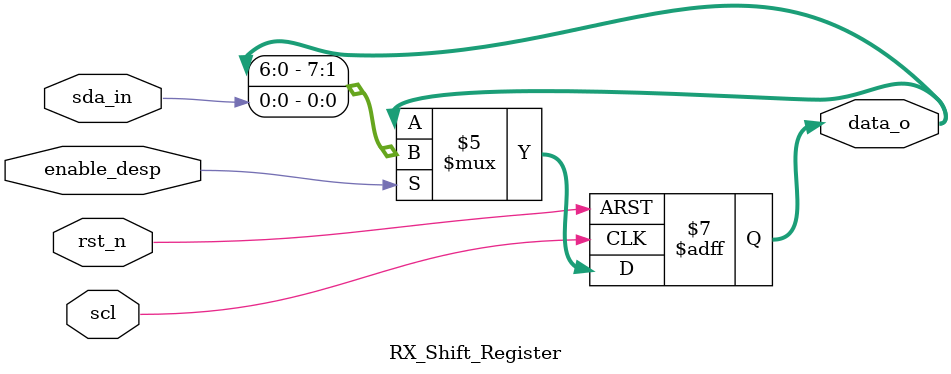
<source format=v>
/*this register will store the received byte. The received data will be shifted to the right on each falling edge of the SCL signal.*/
module RX_Shift_Register (
	rst_n,
	sda_in,
	scl,
	data_o,
	enable_desp
	);
	
// Ports definition 
	input wire 			rst_n;
	input wire 			sda_in;
	input wire 			scl;
	input wire 			enable_desp;
	output reg [7:0] 		data_o;	

//Shift Register
always @(posedge scl or negedge rst_n)
	begin
		if(rst_n == 1'b0)
			data_o <= 8'h00;
		else if (enable_desp == 1'b1)
			data_o[7:0] <= {data_o[6:0], sda_in};
		else
			data_o <= data_o;
	end
	
endmodule
</source>
